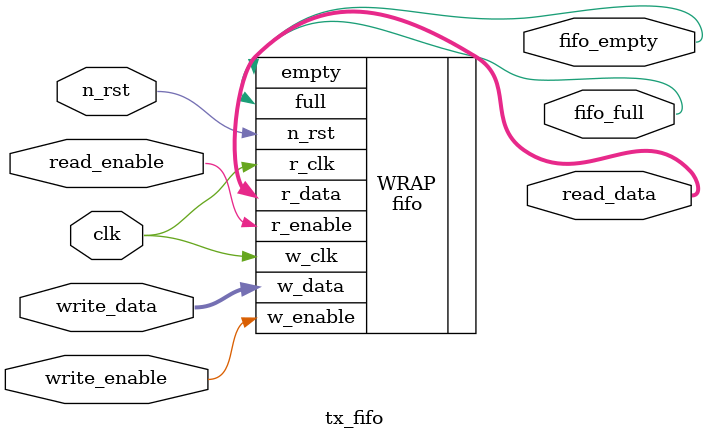
<source format=sv>
module tx_fifo
  (
    input wire clk,
    input wire n_rst,
    //input wire falling_edge_found,
    input wire read_enable,
    input wire write_enable,
    input wire [7:0] write_data,
    output wire [7:0] read_data,
    output wire fifo_empty,
    output wire fifo_full
    );
    fifo WRAP(.r_clk(clk), .w_clk(clk), .n_rst(n_rst), .r_enable(read_enable), .w_enable(write_enable), .w_data(write_data), .r_data(read_data), .empty(fifo_empty), .full(fifo_full));
  endmodule
    
</source>
